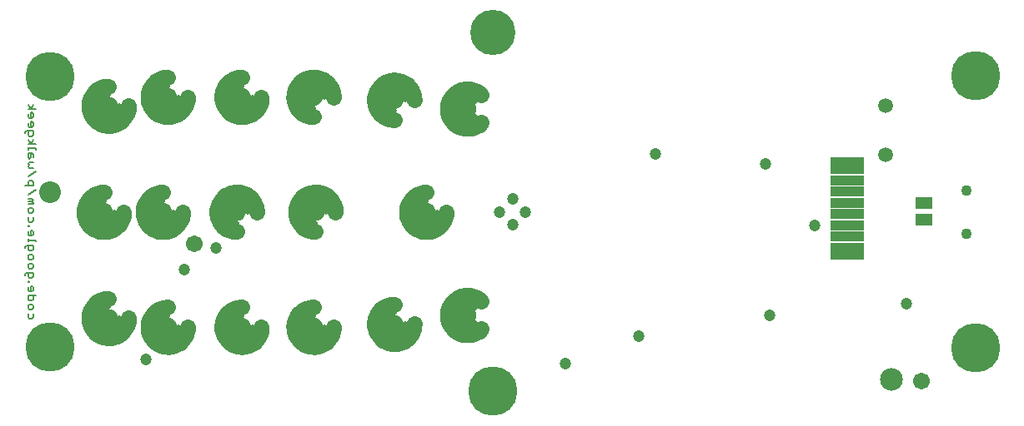
<source format=gbr>
G75*
G70*
%OFA0B0*%
%FSLAX24Y24*%
%IPPOS*%
%LPD*%
%AMOC8*
5,1,8,0,0,1.08239X$1,22.5*
%
%ADD10C,0.0671*%
%ADD11C,0.1969*%
%ADD12C,0.1811*%
%ADD13C,0.0080*%
%ADD14R,0.1379X0.0671*%
%ADD15R,0.1379X0.0411*%
%ADD16C,0.0907*%
%ADD17C,0.0394*%
%ADD18C,0.0630*%
%ADD19C,0.0197*%
%ADD20C,0.0474*%
%ADD21C,0.0867*%
%ADD22R,0.0671X0.0513*%
%ADD23C,0.0434*%
%ADD24C,0.0592*%
%ADD25C,0.1261*%
D10*
X007862Y007478D03*
X036917Y001966D03*
D11*
X039083Y003285D03*
X019791Y001553D03*
X002075Y003325D03*
X002075Y014151D03*
X039083Y014191D03*
D12*
X019791Y015923D03*
D13*
X001523Y012865D02*
X001209Y012865D01*
X001314Y012865D02*
X001209Y013022D01*
X001314Y012865D02*
X001419Y013022D01*
X001366Y012712D02*
X001314Y012712D01*
X001314Y012503D01*
X001366Y012503D02*
X001419Y012555D01*
X001419Y012660D01*
X001366Y012712D01*
X001209Y012660D02*
X001209Y012555D01*
X001262Y012503D01*
X001366Y012503D01*
X001366Y012350D02*
X001314Y012350D01*
X001314Y012140D01*
X001366Y012140D02*
X001419Y012193D01*
X001419Y012297D01*
X001366Y012350D01*
X001209Y012297D02*
X001209Y012193D01*
X001262Y012140D01*
X001366Y012140D01*
X001419Y011987D02*
X001157Y011987D01*
X001105Y011935D01*
X001105Y011883D01*
X001209Y011830D02*
X001209Y011987D01*
X001209Y011830D02*
X001262Y011778D01*
X001366Y011778D01*
X001419Y011830D01*
X001419Y011987D01*
X001419Y011633D02*
X001314Y011476D01*
X001209Y011633D01*
X001209Y011476D02*
X001523Y011476D01*
X001523Y011286D02*
X001209Y011286D01*
X001209Y011234D02*
X001209Y011339D01*
X001523Y011286D02*
X001523Y011234D01*
X001366Y011081D02*
X001209Y011081D01*
X001209Y010924D01*
X001262Y010872D01*
X001314Y010924D01*
X001314Y011081D01*
X001366Y011081D02*
X001419Y011029D01*
X001419Y010924D01*
X001419Y010718D02*
X001262Y010718D01*
X001209Y010666D01*
X001262Y010614D01*
X001209Y010561D01*
X001262Y010509D01*
X001419Y010509D01*
X001523Y010356D02*
X001209Y010147D01*
X001262Y009993D02*
X001209Y009941D01*
X001209Y009784D01*
X001105Y009784D02*
X001419Y009784D01*
X001419Y009941D01*
X001366Y009993D01*
X001262Y009993D01*
X001523Y009631D02*
X001209Y009422D01*
X001209Y009268D02*
X001366Y009268D01*
X001419Y009216D01*
X001366Y009164D01*
X001209Y009164D01*
X001209Y009059D02*
X001419Y009059D01*
X001419Y009111D01*
X001366Y009164D01*
X001366Y008906D02*
X001419Y008853D01*
X001419Y008749D01*
X001366Y008697D01*
X001262Y008697D01*
X001209Y008749D01*
X001209Y008853D01*
X001262Y008906D01*
X001366Y008906D01*
X001419Y008543D02*
X001419Y008386D01*
X001366Y008334D01*
X001262Y008334D01*
X001209Y008386D01*
X001209Y008543D01*
X001209Y008205D02*
X001209Y008153D01*
X001262Y008153D01*
X001262Y008205D01*
X001209Y008205D01*
X001314Y008000D02*
X001314Y007790D01*
X001366Y007790D02*
X001419Y007843D01*
X001419Y007947D01*
X001366Y008000D01*
X001314Y008000D01*
X001209Y007947D02*
X001209Y007843D01*
X001262Y007790D01*
X001366Y007790D01*
X001209Y007653D02*
X001209Y007549D01*
X001209Y007601D02*
X001523Y007601D01*
X001523Y007549D01*
X001419Y007395D02*
X001419Y007238D01*
X001366Y007186D01*
X001262Y007186D01*
X001209Y007238D01*
X001209Y007395D01*
X001157Y007395D02*
X001419Y007395D01*
X001157Y007395D02*
X001105Y007343D01*
X001105Y007291D01*
X001262Y007033D02*
X001209Y006981D01*
X001209Y006876D01*
X001262Y006824D01*
X001366Y006824D01*
X001419Y006876D01*
X001419Y006981D01*
X001366Y007033D01*
X001262Y007033D01*
X001262Y006670D02*
X001209Y006618D01*
X001209Y006513D01*
X001262Y006461D01*
X001366Y006461D01*
X001419Y006513D01*
X001419Y006618D01*
X001366Y006670D01*
X001262Y006670D01*
X001209Y006308D02*
X001209Y006151D01*
X001262Y006098D01*
X001366Y006098D01*
X001419Y006151D01*
X001419Y006308D01*
X001157Y006308D01*
X001105Y006255D01*
X001105Y006203D01*
X001209Y005970D02*
X001209Y005917D01*
X001262Y005917D01*
X001262Y005970D01*
X001209Y005970D01*
X001314Y005764D02*
X001314Y005555D01*
X001366Y005555D02*
X001419Y005607D01*
X001419Y005712D01*
X001366Y005764D01*
X001314Y005764D01*
X001209Y005712D02*
X001209Y005607D01*
X001262Y005555D01*
X001366Y005555D01*
X001419Y005402D02*
X001419Y005245D01*
X001366Y005192D01*
X001262Y005192D01*
X001209Y005245D01*
X001209Y005402D01*
X001523Y005402D01*
X001366Y005039D02*
X001419Y004987D01*
X001419Y004882D01*
X001366Y004830D01*
X001262Y004830D01*
X001209Y004882D01*
X001209Y004987D01*
X001262Y005039D01*
X001366Y005039D01*
X001419Y004676D02*
X001419Y004520D01*
X001366Y004467D01*
X001262Y004467D01*
X001209Y004520D01*
X001209Y004676D01*
D14*
X033965Y007175D03*
X033965Y010584D03*
D15*
X033965Y010006D03*
X033965Y009557D03*
X033965Y009108D03*
X033965Y008651D03*
X033965Y008203D03*
X033965Y007754D03*
D16*
X035736Y002045D03*
D17*
X018611Y004604D02*
X018613Y004629D01*
X018619Y004653D01*
X018628Y004675D01*
X018641Y004696D01*
X018657Y004715D01*
X018676Y004731D01*
X018697Y004744D01*
X018719Y004753D01*
X018743Y004759D01*
X018768Y004761D01*
X018793Y004759D01*
X018817Y004753D01*
X018839Y004744D01*
X018860Y004731D01*
X018879Y004715D01*
X018895Y004696D01*
X018908Y004675D01*
X018917Y004653D01*
X018923Y004629D01*
X018925Y004604D01*
X018923Y004579D01*
X018917Y004555D01*
X018908Y004533D01*
X018895Y004512D01*
X018879Y004493D01*
X018860Y004477D01*
X018839Y004464D01*
X018817Y004455D01*
X018793Y004449D01*
X018768Y004447D01*
X018743Y004449D01*
X018719Y004455D01*
X018697Y004464D01*
X018676Y004477D01*
X018657Y004493D01*
X018641Y004512D01*
X018628Y004533D01*
X018619Y004555D01*
X018613Y004579D01*
X018611Y004604D01*
X015697Y004250D02*
X015699Y004275D01*
X015705Y004299D01*
X015714Y004321D01*
X015727Y004342D01*
X015743Y004361D01*
X015762Y004377D01*
X015783Y004390D01*
X015805Y004399D01*
X015829Y004405D01*
X015854Y004407D01*
X015879Y004405D01*
X015903Y004399D01*
X015925Y004390D01*
X015946Y004377D01*
X015965Y004361D01*
X015981Y004342D01*
X015994Y004321D01*
X016003Y004299D01*
X016009Y004275D01*
X016011Y004250D01*
X016009Y004225D01*
X016003Y004201D01*
X015994Y004179D01*
X015981Y004158D01*
X015965Y004139D01*
X015946Y004123D01*
X015925Y004110D01*
X015903Y004101D01*
X015879Y004095D01*
X015854Y004093D01*
X015829Y004095D01*
X015805Y004101D01*
X015783Y004110D01*
X015762Y004123D01*
X015743Y004139D01*
X015727Y004158D01*
X015714Y004179D01*
X015705Y004201D01*
X015699Y004225D01*
X015697Y004250D01*
X012469Y004132D02*
X012471Y004157D01*
X012477Y004181D01*
X012486Y004203D01*
X012499Y004224D01*
X012515Y004243D01*
X012534Y004259D01*
X012555Y004272D01*
X012577Y004281D01*
X012601Y004287D01*
X012626Y004289D01*
X012651Y004287D01*
X012675Y004281D01*
X012697Y004272D01*
X012718Y004259D01*
X012737Y004243D01*
X012753Y004224D01*
X012766Y004203D01*
X012775Y004181D01*
X012781Y004157D01*
X012783Y004132D01*
X012781Y004107D01*
X012775Y004083D01*
X012766Y004061D01*
X012753Y004040D01*
X012737Y004021D01*
X012718Y004005D01*
X012697Y003992D01*
X012675Y003983D01*
X012651Y003977D01*
X012626Y003975D01*
X012601Y003977D01*
X012577Y003983D01*
X012555Y003992D01*
X012534Y004005D01*
X012515Y004021D01*
X012499Y004040D01*
X012486Y004061D01*
X012477Y004083D01*
X012471Y004107D01*
X012469Y004132D01*
X009595Y004132D02*
X009597Y004157D01*
X009603Y004181D01*
X009612Y004203D01*
X009625Y004224D01*
X009641Y004243D01*
X009660Y004259D01*
X009681Y004272D01*
X009703Y004281D01*
X009727Y004287D01*
X009752Y004289D01*
X009777Y004287D01*
X009801Y004281D01*
X009823Y004272D01*
X009844Y004259D01*
X009863Y004243D01*
X009879Y004224D01*
X009892Y004203D01*
X009901Y004181D01*
X009907Y004157D01*
X009909Y004132D01*
X009907Y004107D01*
X009901Y004083D01*
X009892Y004061D01*
X009879Y004040D01*
X009863Y004021D01*
X009844Y004005D01*
X009823Y003992D01*
X009801Y003983D01*
X009777Y003977D01*
X009752Y003975D01*
X009727Y003977D01*
X009703Y003983D01*
X009681Y003992D01*
X009660Y004005D01*
X009641Y004021D01*
X009625Y004040D01*
X009612Y004061D01*
X009603Y004083D01*
X009597Y004107D01*
X009595Y004132D01*
X006642Y004132D02*
X006644Y004157D01*
X006650Y004181D01*
X006659Y004203D01*
X006672Y004224D01*
X006688Y004243D01*
X006707Y004259D01*
X006728Y004272D01*
X006750Y004281D01*
X006774Y004287D01*
X006799Y004289D01*
X006824Y004287D01*
X006848Y004281D01*
X006870Y004272D01*
X006891Y004259D01*
X006910Y004243D01*
X006926Y004224D01*
X006939Y004203D01*
X006948Y004181D01*
X006954Y004157D01*
X006956Y004132D01*
X006954Y004107D01*
X006948Y004083D01*
X006939Y004061D01*
X006926Y004040D01*
X006910Y004021D01*
X006891Y004005D01*
X006870Y003992D01*
X006848Y003983D01*
X006824Y003977D01*
X006799Y003975D01*
X006774Y003977D01*
X006750Y003983D01*
X006728Y003992D01*
X006707Y004005D01*
X006688Y004021D01*
X006672Y004040D01*
X006659Y004061D01*
X006650Y004083D01*
X006644Y004107D01*
X006642Y004132D01*
X004280Y004486D02*
X004282Y004511D01*
X004288Y004535D01*
X004297Y004557D01*
X004310Y004578D01*
X004326Y004597D01*
X004345Y004613D01*
X004366Y004626D01*
X004388Y004635D01*
X004412Y004641D01*
X004437Y004643D01*
X004462Y004641D01*
X004486Y004635D01*
X004508Y004626D01*
X004529Y004613D01*
X004548Y004597D01*
X004564Y004578D01*
X004577Y004557D01*
X004586Y004535D01*
X004592Y004511D01*
X004594Y004486D01*
X004592Y004461D01*
X004586Y004437D01*
X004577Y004415D01*
X004564Y004394D01*
X004548Y004375D01*
X004529Y004359D01*
X004508Y004346D01*
X004486Y004337D01*
X004462Y004331D01*
X004437Y004329D01*
X004412Y004331D01*
X004388Y004337D01*
X004366Y004346D01*
X004345Y004359D01*
X004326Y004375D01*
X004310Y004394D01*
X004297Y004415D01*
X004288Y004437D01*
X004282Y004461D01*
X004280Y004486D01*
X004083Y008738D02*
X004085Y008763D01*
X004091Y008787D01*
X004100Y008809D01*
X004113Y008830D01*
X004129Y008849D01*
X004148Y008865D01*
X004169Y008878D01*
X004191Y008887D01*
X004215Y008893D01*
X004240Y008895D01*
X004265Y008893D01*
X004289Y008887D01*
X004311Y008878D01*
X004332Y008865D01*
X004351Y008849D01*
X004367Y008830D01*
X004380Y008809D01*
X004389Y008787D01*
X004395Y008763D01*
X004397Y008738D01*
X004395Y008713D01*
X004389Y008689D01*
X004380Y008667D01*
X004367Y008646D01*
X004351Y008627D01*
X004332Y008611D01*
X004311Y008598D01*
X004289Y008589D01*
X004265Y008583D01*
X004240Y008581D01*
X004215Y008583D01*
X004191Y008589D01*
X004169Y008598D01*
X004148Y008611D01*
X004129Y008627D01*
X004113Y008646D01*
X004100Y008667D01*
X004091Y008689D01*
X004085Y008713D01*
X004083Y008738D01*
X006445Y008738D02*
X006447Y008763D01*
X006453Y008787D01*
X006462Y008809D01*
X006475Y008830D01*
X006491Y008849D01*
X006510Y008865D01*
X006531Y008878D01*
X006553Y008887D01*
X006577Y008893D01*
X006602Y008895D01*
X006627Y008893D01*
X006651Y008887D01*
X006673Y008878D01*
X006694Y008865D01*
X006713Y008849D01*
X006729Y008830D01*
X006742Y008809D01*
X006751Y008787D01*
X006757Y008763D01*
X006759Y008738D01*
X006757Y008713D01*
X006751Y008689D01*
X006742Y008667D01*
X006729Y008646D01*
X006713Y008627D01*
X006694Y008611D01*
X006673Y008598D01*
X006651Y008589D01*
X006627Y008583D01*
X006602Y008581D01*
X006577Y008583D01*
X006553Y008589D01*
X006531Y008598D01*
X006510Y008611D01*
X006491Y008627D01*
X006475Y008646D01*
X006462Y008667D01*
X006453Y008689D01*
X006447Y008713D01*
X006445Y008738D01*
X009398Y008738D02*
X009400Y008763D01*
X009406Y008787D01*
X009415Y008809D01*
X009428Y008830D01*
X009444Y008849D01*
X009463Y008865D01*
X009484Y008878D01*
X009506Y008887D01*
X009530Y008893D01*
X009555Y008895D01*
X009580Y008893D01*
X009604Y008887D01*
X009626Y008878D01*
X009647Y008865D01*
X009666Y008849D01*
X009682Y008830D01*
X009695Y008809D01*
X009704Y008787D01*
X009710Y008763D01*
X009712Y008738D01*
X009710Y008713D01*
X009704Y008689D01*
X009695Y008667D01*
X009682Y008646D01*
X009666Y008627D01*
X009647Y008611D01*
X009626Y008598D01*
X009604Y008589D01*
X009580Y008583D01*
X009555Y008581D01*
X009530Y008583D01*
X009506Y008589D01*
X009484Y008598D01*
X009463Y008611D01*
X009444Y008627D01*
X009428Y008646D01*
X009415Y008667D01*
X009406Y008689D01*
X009400Y008713D01*
X009398Y008738D01*
X012548Y008738D02*
X012550Y008763D01*
X012556Y008787D01*
X012565Y008809D01*
X012578Y008830D01*
X012594Y008849D01*
X012613Y008865D01*
X012634Y008878D01*
X012656Y008887D01*
X012680Y008893D01*
X012705Y008895D01*
X012730Y008893D01*
X012754Y008887D01*
X012776Y008878D01*
X012797Y008865D01*
X012816Y008849D01*
X012832Y008830D01*
X012845Y008809D01*
X012854Y008787D01*
X012860Y008763D01*
X012862Y008738D01*
X012860Y008713D01*
X012854Y008689D01*
X012845Y008667D01*
X012832Y008646D01*
X012816Y008627D01*
X012797Y008611D01*
X012776Y008598D01*
X012754Y008589D01*
X012730Y008583D01*
X012705Y008581D01*
X012680Y008583D01*
X012656Y008589D01*
X012634Y008598D01*
X012613Y008611D01*
X012594Y008627D01*
X012578Y008646D01*
X012565Y008667D01*
X012556Y008689D01*
X012550Y008713D01*
X012548Y008738D01*
X016977Y008738D02*
X016979Y008763D01*
X016985Y008787D01*
X016994Y008809D01*
X017007Y008830D01*
X017023Y008849D01*
X017042Y008865D01*
X017063Y008878D01*
X017085Y008887D01*
X017109Y008893D01*
X017134Y008895D01*
X017159Y008893D01*
X017183Y008887D01*
X017205Y008878D01*
X017226Y008865D01*
X017245Y008849D01*
X017261Y008830D01*
X017274Y008809D01*
X017283Y008787D01*
X017289Y008763D01*
X017291Y008738D01*
X017289Y008713D01*
X017283Y008689D01*
X017274Y008667D01*
X017261Y008646D01*
X017245Y008627D01*
X017226Y008611D01*
X017205Y008598D01*
X017183Y008589D01*
X017159Y008583D01*
X017134Y008581D01*
X017109Y008583D01*
X017085Y008589D01*
X017063Y008598D01*
X017042Y008611D01*
X017023Y008627D01*
X017007Y008646D01*
X016994Y008667D01*
X016985Y008689D01*
X016979Y008713D01*
X016977Y008738D01*
X018611Y012872D02*
X018613Y012897D01*
X018619Y012921D01*
X018628Y012943D01*
X018641Y012964D01*
X018657Y012983D01*
X018676Y012999D01*
X018697Y013012D01*
X018719Y013021D01*
X018743Y013027D01*
X018768Y013029D01*
X018793Y013027D01*
X018817Y013021D01*
X018839Y013012D01*
X018860Y012999D01*
X018879Y012983D01*
X018895Y012964D01*
X018908Y012943D01*
X018917Y012921D01*
X018923Y012897D01*
X018925Y012872D01*
X018923Y012847D01*
X018917Y012823D01*
X018908Y012801D01*
X018895Y012780D01*
X018879Y012761D01*
X018860Y012745D01*
X018839Y012732D01*
X018817Y012723D01*
X018793Y012717D01*
X018768Y012715D01*
X018743Y012717D01*
X018719Y012723D01*
X018697Y012732D01*
X018676Y012745D01*
X018657Y012761D01*
X018641Y012780D01*
X018628Y012801D01*
X018619Y012823D01*
X018613Y012847D01*
X018611Y012872D01*
X015697Y013226D02*
X015699Y013251D01*
X015705Y013275D01*
X015714Y013297D01*
X015727Y013318D01*
X015743Y013337D01*
X015762Y013353D01*
X015783Y013366D01*
X015805Y013375D01*
X015829Y013381D01*
X015854Y013383D01*
X015879Y013381D01*
X015903Y013375D01*
X015925Y013366D01*
X015946Y013353D01*
X015965Y013337D01*
X015981Y013318D01*
X015994Y013297D01*
X016003Y013275D01*
X016009Y013251D01*
X016011Y013226D01*
X016009Y013201D01*
X016003Y013177D01*
X015994Y013155D01*
X015981Y013134D01*
X015965Y013115D01*
X015946Y013099D01*
X015925Y013086D01*
X015903Y013077D01*
X015879Y013071D01*
X015854Y013069D01*
X015829Y013071D01*
X015805Y013077D01*
X015783Y013086D01*
X015762Y013099D01*
X015743Y013115D01*
X015727Y013134D01*
X015714Y013155D01*
X015705Y013177D01*
X015699Y013201D01*
X015697Y013226D01*
X012469Y013344D02*
X012471Y013369D01*
X012477Y013393D01*
X012486Y013415D01*
X012499Y013436D01*
X012515Y013455D01*
X012534Y013471D01*
X012555Y013484D01*
X012577Y013493D01*
X012601Y013499D01*
X012626Y013501D01*
X012651Y013499D01*
X012675Y013493D01*
X012697Y013484D01*
X012718Y013471D01*
X012737Y013455D01*
X012753Y013436D01*
X012766Y013415D01*
X012775Y013393D01*
X012781Y013369D01*
X012783Y013344D01*
X012781Y013319D01*
X012775Y013295D01*
X012766Y013273D01*
X012753Y013252D01*
X012737Y013233D01*
X012718Y013217D01*
X012697Y013204D01*
X012675Y013195D01*
X012651Y013189D01*
X012626Y013187D01*
X012601Y013189D01*
X012577Y013195D01*
X012555Y013204D01*
X012534Y013217D01*
X012515Y013233D01*
X012499Y013252D01*
X012486Y013273D01*
X012477Y013295D01*
X012471Y013319D01*
X012469Y013344D01*
X009595Y013344D02*
X009597Y013369D01*
X009603Y013393D01*
X009612Y013415D01*
X009625Y013436D01*
X009641Y013455D01*
X009660Y013471D01*
X009681Y013484D01*
X009703Y013493D01*
X009727Y013499D01*
X009752Y013501D01*
X009777Y013499D01*
X009801Y013493D01*
X009823Y013484D01*
X009844Y013471D01*
X009863Y013455D01*
X009879Y013436D01*
X009892Y013415D01*
X009901Y013393D01*
X009907Y013369D01*
X009909Y013344D01*
X009907Y013319D01*
X009901Y013295D01*
X009892Y013273D01*
X009879Y013252D01*
X009863Y013233D01*
X009844Y013217D01*
X009823Y013204D01*
X009801Y013195D01*
X009777Y013189D01*
X009752Y013187D01*
X009727Y013189D01*
X009703Y013195D01*
X009681Y013204D01*
X009660Y013217D01*
X009641Y013233D01*
X009625Y013252D01*
X009612Y013273D01*
X009603Y013295D01*
X009597Y013319D01*
X009595Y013344D01*
X006642Y013344D02*
X006644Y013369D01*
X006650Y013393D01*
X006659Y013415D01*
X006672Y013436D01*
X006688Y013455D01*
X006707Y013471D01*
X006728Y013484D01*
X006750Y013493D01*
X006774Y013499D01*
X006799Y013501D01*
X006824Y013499D01*
X006848Y013493D01*
X006870Y013484D01*
X006891Y013471D01*
X006910Y013455D01*
X006926Y013436D01*
X006939Y013415D01*
X006948Y013393D01*
X006954Y013369D01*
X006956Y013344D01*
X006954Y013319D01*
X006948Y013295D01*
X006939Y013273D01*
X006926Y013252D01*
X006910Y013233D01*
X006891Y013217D01*
X006870Y013204D01*
X006848Y013195D01*
X006824Y013189D01*
X006799Y013187D01*
X006774Y013189D01*
X006750Y013195D01*
X006728Y013204D01*
X006707Y013217D01*
X006688Y013233D01*
X006672Y013252D01*
X006659Y013273D01*
X006650Y013295D01*
X006644Y013319D01*
X006642Y013344D01*
X004280Y012990D02*
X004282Y013015D01*
X004288Y013039D01*
X004297Y013061D01*
X004310Y013082D01*
X004326Y013101D01*
X004345Y013117D01*
X004366Y013130D01*
X004388Y013139D01*
X004412Y013145D01*
X004437Y013147D01*
X004462Y013145D01*
X004486Y013139D01*
X004508Y013130D01*
X004529Y013117D01*
X004548Y013101D01*
X004564Y013082D01*
X004577Y013061D01*
X004586Y013039D01*
X004592Y013015D01*
X004594Y012990D01*
X004592Y012965D01*
X004586Y012941D01*
X004577Y012919D01*
X004564Y012898D01*
X004548Y012879D01*
X004529Y012863D01*
X004508Y012850D01*
X004486Y012841D01*
X004462Y012835D01*
X004437Y012833D01*
X004412Y012835D01*
X004388Y012841D01*
X004366Y012850D01*
X004345Y012863D01*
X004326Y012879D01*
X004310Y012898D01*
X004297Y012919D01*
X004288Y012941D01*
X004282Y012965D01*
X004280Y012990D01*
D18*
X004437Y013777D02*
X004382Y013775D01*
X004327Y013769D01*
X004272Y013760D01*
X004218Y013746D01*
X004166Y013729D01*
X004115Y013708D01*
X004065Y013684D01*
X004017Y013656D01*
X003971Y013625D01*
X003928Y013590D01*
X003887Y013553D01*
X003849Y013513D01*
X003814Y013470D01*
X003781Y013425D01*
X003752Y013378D01*
X003727Y013329D01*
X003705Y013278D01*
X003686Y013226D01*
X003672Y013173D01*
X003661Y013119D01*
X003653Y013064D01*
X003650Y013008D01*
X003651Y012953D01*
X003655Y012898D01*
X003664Y012843D01*
X003676Y012789D01*
X003692Y012736D01*
X003712Y012685D01*
X003735Y012634D01*
X003762Y012586D01*
X003792Y012539D01*
X003825Y012495D01*
X003861Y012453D01*
X003900Y012414D01*
X003942Y012378D01*
X003986Y012345D01*
X004033Y012315D01*
X004081Y012288D01*
X004132Y012265D01*
X004183Y012245D01*
X004236Y012229D01*
X004290Y012217D01*
X004345Y012208D01*
X004400Y012204D01*
X004455Y012203D01*
X004511Y012206D01*
X004566Y012214D01*
X004620Y012225D01*
X004673Y012239D01*
X004725Y012258D01*
X004776Y012280D01*
X004825Y012305D01*
X004872Y012334D01*
X004917Y012367D01*
X004960Y012402D01*
X005000Y012440D01*
X005037Y012481D01*
X005072Y012524D01*
X005103Y012570D01*
X005131Y012618D01*
X005155Y012668D01*
X005176Y012719D01*
X005193Y012771D01*
X005207Y012825D01*
X005216Y012880D01*
X005222Y012935D01*
X005224Y012990D01*
X006799Y014131D02*
X006744Y014129D01*
X006689Y014123D01*
X006634Y014114D01*
X006580Y014100D01*
X006528Y014083D01*
X006477Y014062D01*
X006427Y014038D01*
X006379Y014010D01*
X006333Y013979D01*
X006290Y013944D01*
X006249Y013907D01*
X006211Y013867D01*
X006176Y013824D01*
X006143Y013779D01*
X006114Y013732D01*
X006089Y013683D01*
X006067Y013632D01*
X006048Y013580D01*
X006034Y013527D01*
X006023Y013473D01*
X006015Y013418D01*
X006012Y013362D01*
X006013Y013307D01*
X006017Y013252D01*
X006026Y013197D01*
X006038Y013143D01*
X006054Y013090D01*
X006074Y013039D01*
X006097Y012988D01*
X006124Y012940D01*
X006154Y012893D01*
X006187Y012849D01*
X006223Y012807D01*
X006262Y012768D01*
X006304Y012732D01*
X006348Y012699D01*
X006395Y012669D01*
X006443Y012642D01*
X006494Y012619D01*
X006545Y012599D01*
X006598Y012583D01*
X006652Y012571D01*
X006707Y012562D01*
X006762Y012558D01*
X006817Y012557D01*
X006873Y012560D01*
X006928Y012568D01*
X006982Y012579D01*
X007035Y012593D01*
X007087Y012612D01*
X007138Y012634D01*
X007187Y012659D01*
X007234Y012688D01*
X007279Y012721D01*
X007322Y012756D01*
X007362Y012794D01*
X007399Y012835D01*
X007434Y012878D01*
X007465Y012924D01*
X007493Y012972D01*
X007517Y013022D01*
X007538Y013073D01*
X007555Y013125D01*
X007569Y013179D01*
X007578Y013234D01*
X007584Y013289D01*
X007586Y013344D01*
X009752Y014131D02*
X009697Y014129D01*
X009642Y014123D01*
X009587Y014114D01*
X009533Y014100D01*
X009481Y014083D01*
X009430Y014062D01*
X009380Y014038D01*
X009332Y014010D01*
X009286Y013979D01*
X009243Y013944D01*
X009202Y013907D01*
X009164Y013867D01*
X009129Y013824D01*
X009096Y013779D01*
X009067Y013732D01*
X009042Y013683D01*
X009020Y013632D01*
X009001Y013580D01*
X008987Y013527D01*
X008976Y013473D01*
X008968Y013418D01*
X008965Y013362D01*
X008966Y013307D01*
X008970Y013252D01*
X008979Y013197D01*
X008991Y013143D01*
X009007Y013090D01*
X009027Y013039D01*
X009050Y012988D01*
X009077Y012940D01*
X009107Y012893D01*
X009140Y012849D01*
X009176Y012807D01*
X009215Y012768D01*
X009257Y012732D01*
X009301Y012699D01*
X009348Y012669D01*
X009396Y012642D01*
X009447Y012619D01*
X009498Y012599D01*
X009551Y012583D01*
X009605Y012571D01*
X009660Y012562D01*
X009715Y012558D01*
X009770Y012557D01*
X009826Y012560D01*
X009881Y012568D01*
X009935Y012579D01*
X009988Y012593D01*
X010040Y012612D01*
X010091Y012634D01*
X010140Y012659D01*
X010187Y012688D01*
X010232Y012721D01*
X010275Y012756D01*
X010315Y012794D01*
X010352Y012835D01*
X010387Y012878D01*
X010418Y012924D01*
X010446Y012972D01*
X010470Y013022D01*
X010491Y013073D01*
X010508Y013125D01*
X010522Y013179D01*
X010531Y013234D01*
X010537Y013289D01*
X010539Y013344D01*
X012626Y012557D02*
X012571Y012559D01*
X012516Y012565D01*
X012461Y012574D01*
X012407Y012588D01*
X012355Y012605D01*
X012304Y012626D01*
X012254Y012650D01*
X012206Y012678D01*
X012160Y012709D01*
X012117Y012744D01*
X012076Y012781D01*
X012038Y012821D01*
X012003Y012864D01*
X011970Y012909D01*
X011941Y012956D01*
X011916Y013005D01*
X011894Y013056D01*
X011875Y013108D01*
X011861Y013161D01*
X011850Y013215D01*
X011842Y013270D01*
X011839Y013326D01*
X011840Y013381D01*
X011844Y013436D01*
X011853Y013491D01*
X011865Y013545D01*
X011881Y013598D01*
X011901Y013649D01*
X011924Y013700D01*
X011951Y013748D01*
X011981Y013795D01*
X012014Y013839D01*
X012050Y013881D01*
X012089Y013920D01*
X012131Y013956D01*
X012175Y013989D01*
X012222Y014019D01*
X012270Y014046D01*
X012321Y014069D01*
X012372Y014089D01*
X012425Y014105D01*
X012479Y014117D01*
X012534Y014126D01*
X012589Y014130D01*
X012644Y014131D01*
X012700Y014128D01*
X012755Y014120D01*
X012809Y014109D01*
X012862Y014095D01*
X012914Y014076D01*
X012965Y014054D01*
X013014Y014029D01*
X013061Y014000D01*
X013106Y013967D01*
X013149Y013932D01*
X013189Y013894D01*
X013226Y013853D01*
X013261Y013810D01*
X013292Y013764D01*
X013320Y013716D01*
X013344Y013666D01*
X013365Y013615D01*
X013382Y013563D01*
X013396Y013509D01*
X013405Y013454D01*
X013411Y013399D01*
X013413Y013344D01*
X015854Y012439D02*
X015799Y012441D01*
X015744Y012447D01*
X015689Y012456D01*
X015635Y012470D01*
X015583Y012487D01*
X015532Y012508D01*
X015482Y012532D01*
X015434Y012560D01*
X015388Y012591D01*
X015345Y012626D01*
X015304Y012663D01*
X015266Y012703D01*
X015231Y012746D01*
X015198Y012791D01*
X015169Y012838D01*
X015144Y012887D01*
X015122Y012938D01*
X015103Y012990D01*
X015089Y013043D01*
X015078Y013097D01*
X015070Y013152D01*
X015067Y013208D01*
X015068Y013263D01*
X015072Y013318D01*
X015081Y013373D01*
X015093Y013427D01*
X015109Y013480D01*
X015129Y013531D01*
X015152Y013582D01*
X015179Y013630D01*
X015209Y013677D01*
X015242Y013721D01*
X015278Y013763D01*
X015317Y013802D01*
X015359Y013838D01*
X015403Y013871D01*
X015450Y013901D01*
X015498Y013928D01*
X015549Y013951D01*
X015600Y013971D01*
X015653Y013987D01*
X015707Y013999D01*
X015762Y014008D01*
X015817Y014012D01*
X015872Y014013D01*
X015928Y014010D01*
X015983Y014002D01*
X016037Y013991D01*
X016090Y013977D01*
X016142Y013958D01*
X016193Y013936D01*
X016242Y013911D01*
X016289Y013882D01*
X016334Y013849D01*
X016377Y013814D01*
X016417Y013776D01*
X016454Y013735D01*
X016489Y013692D01*
X016520Y013646D01*
X016548Y013598D01*
X016572Y013548D01*
X016593Y013497D01*
X016610Y013445D01*
X016624Y013391D01*
X016633Y013336D01*
X016639Y013281D01*
X016641Y013226D01*
X019324Y013428D02*
X019284Y013466D01*
X019241Y013501D01*
X019196Y013533D01*
X019148Y013561D01*
X019099Y013586D01*
X019048Y013608D01*
X018995Y013625D01*
X018942Y013640D01*
X018887Y013650D01*
X018833Y013656D01*
X018777Y013659D01*
X018722Y013658D01*
X018667Y013652D01*
X018612Y013643D01*
X018558Y013631D01*
X018506Y013614D01*
X018454Y013594D01*
X018404Y013570D01*
X018356Y013543D01*
X018310Y013512D01*
X018266Y013478D01*
X018225Y013441D01*
X018186Y013402D01*
X018150Y013360D01*
X018118Y013315D01*
X018088Y013268D01*
X018062Y013219D01*
X018039Y013169D01*
X018020Y013117D01*
X018005Y013064D01*
X017993Y013010D01*
X017985Y012955D01*
X017981Y012900D01*
X017981Y012844D01*
X017985Y012789D01*
X017993Y012734D01*
X018005Y012680D01*
X018020Y012627D01*
X018039Y012575D01*
X018062Y012525D01*
X018088Y012476D01*
X018118Y012429D01*
X018150Y012384D01*
X018186Y012342D01*
X018225Y012303D01*
X018266Y012266D01*
X018310Y012232D01*
X018356Y012201D01*
X018404Y012174D01*
X018454Y012150D01*
X018506Y012130D01*
X018558Y012113D01*
X018612Y012101D01*
X018667Y012092D01*
X018722Y012086D01*
X018777Y012085D01*
X018833Y012088D01*
X018887Y012094D01*
X018942Y012104D01*
X018995Y012119D01*
X019048Y012136D01*
X019099Y012158D01*
X019148Y012183D01*
X019196Y012211D01*
X019241Y012243D01*
X019284Y012278D01*
X019324Y012316D01*
X017134Y009525D02*
X017079Y009523D01*
X017024Y009517D01*
X016969Y009508D01*
X016915Y009494D01*
X016863Y009477D01*
X016812Y009456D01*
X016762Y009432D01*
X016714Y009404D01*
X016668Y009373D01*
X016625Y009338D01*
X016584Y009301D01*
X016546Y009261D01*
X016511Y009218D01*
X016478Y009173D01*
X016449Y009126D01*
X016424Y009077D01*
X016402Y009026D01*
X016383Y008974D01*
X016369Y008921D01*
X016358Y008867D01*
X016350Y008812D01*
X016347Y008756D01*
X016348Y008701D01*
X016352Y008646D01*
X016361Y008591D01*
X016373Y008537D01*
X016389Y008484D01*
X016409Y008433D01*
X016432Y008382D01*
X016459Y008334D01*
X016489Y008287D01*
X016522Y008243D01*
X016558Y008201D01*
X016597Y008162D01*
X016639Y008126D01*
X016683Y008093D01*
X016730Y008063D01*
X016778Y008036D01*
X016829Y008013D01*
X016880Y007993D01*
X016933Y007977D01*
X016987Y007965D01*
X017042Y007956D01*
X017097Y007952D01*
X017152Y007951D01*
X017208Y007954D01*
X017263Y007962D01*
X017317Y007973D01*
X017370Y007987D01*
X017422Y008006D01*
X017473Y008028D01*
X017522Y008053D01*
X017569Y008082D01*
X017614Y008115D01*
X017657Y008150D01*
X017697Y008188D01*
X017734Y008229D01*
X017769Y008272D01*
X017800Y008318D01*
X017828Y008366D01*
X017852Y008416D01*
X017873Y008467D01*
X017890Y008519D01*
X017904Y008573D01*
X017913Y008628D01*
X017919Y008683D01*
X017921Y008738D01*
X013492Y008738D02*
X013490Y008793D01*
X013484Y008848D01*
X013475Y008903D01*
X013461Y008957D01*
X013444Y009009D01*
X013423Y009060D01*
X013399Y009110D01*
X013371Y009158D01*
X013340Y009204D01*
X013305Y009247D01*
X013268Y009288D01*
X013228Y009326D01*
X013185Y009361D01*
X013140Y009394D01*
X013093Y009423D01*
X013044Y009448D01*
X012993Y009470D01*
X012941Y009489D01*
X012888Y009503D01*
X012834Y009514D01*
X012779Y009522D01*
X012723Y009525D01*
X012668Y009524D01*
X012613Y009520D01*
X012558Y009511D01*
X012504Y009499D01*
X012451Y009483D01*
X012400Y009463D01*
X012349Y009440D01*
X012301Y009413D01*
X012254Y009383D01*
X012210Y009350D01*
X012168Y009314D01*
X012129Y009275D01*
X012093Y009233D01*
X012060Y009189D01*
X012030Y009142D01*
X012003Y009094D01*
X011980Y009043D01*
X011960Y008992D01*
X011944Y008939D01*
X011932Y008885D01*
X011923Y008830D01*
X011919Y008775D01*
X011918Y008720D01*
X011921Y008664D01*
X011929Y008609D01*
X011940Y008555D01*
X011954Y008502D01*
X011973Y008450D01*
X011995Y008399D01*
X012020Y008350D01*
X012049Y008303D01*
X012082Y008258D01*
X012117Y008215D01*
X012155Y008175D01*
X012196Y008138D01*
X012239Y008103D01*
X012285Y008072D01*
X012333Y008044D01*
X012383Y008020D01*
X012434Y007999D01*
X012486Y007982D01*
X012540Y007968D01*
X012595Y007959D01*
X012650Y007953D01*
X012705Y007951D01*
X010342Y008738D02*
X010340Y008793D01*
X010334Y008848D01*
X010325Y008903D01*
X010311Y008957D01*
X010294Y009009D01*
X010273Y009060D01*
X010249Y009110D01*
X010221Y009158D01*
X010190Y009204D01*
X010155Y009247D01*
X010118Y009288D01*
X010078Y009326D01*
X010035Y009361D01*
X009990Y009394D01*
X009943Y009423D01*
X009894Y009448D01*
X009843Y009470D01*
X009791Y009489D01*
X009738Y009503D01*
X009684Y009514D01*
X009629Y009522D01*
X009573Y009525D01*
X009518Y009524D01*
X009463Y009520D01*
X009408Y009511D01*
X009354Y009499D01*
X009301Y009483D01*
X009250Y009463D01*
X009199Y009440D01*
X009151Y009413D01*
X009104Y009383D01*
X009060Y009350D01*
X009018Y009314D01*
X008979Y009275D01*
X008943Y009233D01*
X008910Y009189D01*
X008880Y009142D01*
X008853Y009094D01*
X008830Y009043D01*
X008810Y008992D01*
X008794Y008939D01*
X008782Y008885D01*
X008773Y008830D01*
X008769Y008775D01*
X008768Y008720D01*
X008771Y008664D01*
X008779Y008609D01*
X008790Y008555D01*
X008804Y008502D01*
X008823Y008450D01*
X008845Y008399D01*
X008870Y008350D01*
X008899Y008303D01*
X008932Y008258D01*
X008967Y008215D01*
X009005Y008175D01*
X009046Y008138D01*
X009089Y008103D01*
X009135Y008072D01*
X009183Y008044D01*
X009233Y008020D01*
X009284Y007999D01*
X009336Y007982D01*
X009390Y007968D01*
X009445Y007959D01*
X009500Y007953D01*
X009555Y007951D01*
X007389Y008738D02*
X007387Y008683D01*
X007381Y008628D01*
X007372Y008573D01*
X007358Y008519D01*
X007341Y008467D01*
X007320Y008416D01*
X007296Y008366D01*
X007268Y008318D01*
X007237Y008272D01*
X007202Y008229D01*
X007165Y008188D01*
X007125Y008150D01*
X007082Y008115D01*
X007037Y008082D01*
X006990Y008053D01*
X006941Y008028D01*
X006890Y008006D01*
X006838Y007987D01*
X006785Y007973D01*
X006731Y007962D01*
X006676Y007954D01*
X006620Y007951D01*
X006565Y007952D01*
X006510Y007956D01*
X006455Y007965D01*
X006401Y007977D01*
X006348Y007993D01*
X006297Y008013D01*
X006246Y008036D01*
X006198Y008063D01*
X006151Y008093D01*
X006107Y008126D01*
X006065Y008162D01*
X006026Y008201D01*
X005990Y008243D01*
X005957Y008287D01*
X005927Y008334D01*
X005900Y008382D01*
X005877Y008433D01*
X005857Y008484D01*
X005841Y008537D01*
X005829Y008591D01*
X005820Y008646D01*
X005816Y008701D01*
X005815Y008756D01*
X005818Y008812D01*
X005826Y008867D01*
X005837Y008921D01*
X005851Y008974D01*
X005870Y009026D01*
X005892Y009077D01*
X005917Y009126D01*
X005946Y009173D01*
X005979Y009218D01*
X006014Y009261D01*
X006052Y009301D01*
X006093Y009338D01*
X006136Y009373D01*
X006182Y009404D01*
X006230Y009432D01*
X006280Y009456D01*
X006331Y009477D01*
X006383Y009494D01*
X006437Y009508D01*
X006492Y009517D01*
X006547Y009523D01*
X006602Y009525D01*
X005027Y008738D02*
X005025Y008683D01*
X005019Y008628D01*
X005010Y008573D01*
X004996Y008519D01*
X004979Y008467D01*
X004958Y008416D01*
X004934Y008366D01*
X004906Y008318D01*
X004875Y008272D01*
X004840Y008229D01*
X004803Y008188D01*
X004763Y008150D01*
X004720Y008115D01*
X004675Y008082D01*
X004628Y008053D01*
X004579Y008028D01*
X004528Y008006D01*
X004476Y007987D01*
X004423Y007973D01*
X004369Y007962D01*
X004314Y007954D01*
X004258Y007951D01*
X004203Y007952D01*
X004148Y007956D01*
X004093Y007965D01*
X004039Y007977D01*
X003986Y007993D01*
X003935Y008013D01*
X003884Y008036D01*
X003836Y008063D01*
X003789Y008093D01*
X003745Y008126D01*
X003703Y008162D01*
X003664Y008201D01*
X003628Y008243D01*
X003595Y008287D01*
X003565Y008334D01*
X003538Y008382D01*
X003515Y008433D01*
X003495Y008484D01*
X003479Y008537D01*
X003467Y008591D01*
X003458Y008646D01*
X003454Y008701D01*
X003453Y008756D01*
X003456Y008812D01*
X003464Y008867D01*
X003475Y008921D01*
X003489Y008974D01*
X003508Y009026D01*
X003530Y009077D01*
X003555Y009126D01*
X003584Y009173D01*
X003617Y009218D01*
X003652Y009261D01*
X003690Y009301D01*
X003731Y009338D01*
X003774Y009373D01*
X003820Y009404D01*
X003868Y009432D01*
X003918Y009456D01*
X003969Y009477D01*
X004021Y009494D01*
X004075Y009508D01*
X004130Y009517D01*
X004185Y009523D01*
X004240Y009525D01*
X004437Y005273D02*
X004382Y005271D01*
X004327Y005265D01*
X004272Y005256D01*
X004218Y005242D01*
X004166Y005225D01*
X004115Y005204D01*
X004065Y005180D01*
X004017Y005152D01*
X003971Y005121D01*
X003928Y005086D01*
X003887Y005049D01*
X003849Y005009D01*
X003814Y004966D01*
X003781Y004921D01*
X003752Y004874D01*
X003727Y004825D01*
X003705Y004774D01*
X003686Y004722D01*
X003672Y004669D01*
X003661Y004615D01*
X003653Y004560D01*
X003650Y004504D01*
X003651Y004449D01*
X003655Y004394D01*
X003664Y004339D01*
X003676Y004285D01*
X003692Y004232D01*
X003712Y004181D01*
X003735Y004130D01*
X003762Y004082D01*
X003792Y004035D01*
X003825Y003991D01*
X003861Y003949D01*
X003900Y003910D01*
X003942Y003874D01*
X003986Y003841D01*
X004033Y003811D01*
X004081Y003784D01*
X004132Y003761D01*
X004183Y003741D01*
X004236Y003725D01*
X004290Y003713D01*
X004345Y003704D01*
X004400Y003700D01*
X004455Y003699D01*
X004511Y003702D01*
X004566Y003710D01*
X004620Y003721D01*
X004673Y003735D01*
X004725Y003754D01*
X004776Y003776D01*
X004825Y003801D01*
X004872Y003830D01*
X004917Y003863D01*
X004960Y003898D01*
X005000Y003936D01*
X005037Y003977D01*
X005072Y004020D01*
X005103Y004066D01*
X005131Y004114D01*
X005155Y004164D01*
X005176Y004215D01*
X005193Y004267D01*
X005207Y004321D01*
X005216Y004376D01*
X005222Y004431D01*
X005224Y004486D01*
X006799Y004919D02*
X006744Y004917D01*
X006689Y004911D01*
X006634Y004902D01*
X006580Y004888D01*
X006528Y004871D01*
X006477Y004850D01*
X006427Y004826D01*
X006379Y004798D01*
X006333Y004767D01*
X006290Y004732D01*
X006249Y004695D01*
X006211Y004655D01*
X006176Y004612D01*
X006143Y004567D01*
X006114Y004520D01*
X006089Y004471D01*
X006067Y004420D01*
X006048Y004368D01*
X006034Y004315D01*
X006023Y004261D01*
X006015Y004206D01*
X006012Y004150D01*
X006013Y004095D01*
X006017Y004040D01*
X006026Y003985D01*
X006038Y003931D01*
X006054Y003878D01*
X006074Y003827D01*
X006097Y003776D01*
X006124Y003728D01*
X006154Y003681D01*
X006187Y003637D01*
X006223Y003595D01*
X006262Y003556D01*
X006304Y003520D01*
X006348Y003487D01*
X006395Y003457D01*
X006443Y003430D01*
X006494Y003407D01*
X006545Y003387D01*
X006598Y003371D01*
X006652Y003359D01*
X006707Y003350D01*
X006762Y003346D01*
X006817Y003345D01*
X006873Y003348D01*
X006928Y003356D01*
X006982Y003367D01*
X007035Y003381D01*
X007087Y003400D01*
X007138Y003422D01*
X007187Y003447D01*
X007234Y003476D01*
X007279Y003509D01*
X007322Y003544D01*
X007362Y003582D01*
X007399Y003623D01*
X007434Y003666D01*
X007465Y003712D01*
X007493Y003760D01*
X007517Y003810D01*
X007538Y003861D01*
X007555Y003913D01*
X007569Y003967D01*
X007578Y004022D01*
X007584Y004077D01*
X007586Y004132D01*
X009752Y004919D02*
X009697Y004917D01*
X009642Y004911D01*
X009587Y004902D01*
X009533Y004888D01*
X009481Y004871D01*
X009430Y004850D01*
X009380Y004826D01*
X009332Y004798D01*
X009286Y004767D01*
X009243Y004732D01*
X009202Y004695D01*
X009164Y004655D01*
X009129Y004612D01*
X009096Y004567D01*
X009067Y004520D01*
X009042Y004471D01*
X009020Y004420D01*
X009001Y004368D01*
X008987Y004315D01*
X008976Y004261D01*
X008968Y004206D01*
X008965Y004150D01*
X008966Y004095D01*
X008970Y004040D01*
X008979Y003985D01*
X008991Y003931D01*
X009007Y003878D01*
X009027Y003827D01*
X009050Y003776D01*
X009077Y003728D01*
X009107Y003681D01*
X009140Y003637D01*
X009176Y003595D01*
X009215Y003556D01*
X009257Y003520D01*
X009301Y003487D01*
X009348Y003457D01*
X009396Y003430D01*
X009447Y003407D01*
X009498Y003387D01*
X009551Y003371D01*
X009605Y003359D01*
X009660Y003350D01*
X009715Y003346D01*
X009770Y003345D01*
X009826Y003348D01*
X009881Y003356D01*
X009935Y003367D01*
X009988Y003381D01*
X010040Y003400D01*
X010091Y003422D01*
X010140Y003447D01*
X010187Y003476D01*
X010232Y003509D01*
X010275Y003544D01*
X010315Y003582D01*
X010352Y003623D01*
X010387Y003666D01*
X010418Y003712D01*
X010446Y003760D01*
X010470Y003810D01*
X010491Y003861D01*
X010508Y003913D01*
X010522Y003967D01*
X010531Y004022D01*
X010537Y004077D01*
X010539Y004132D01*
X012626Y004919D02*
X012571Y004917D01*
X012516Y004911D01*
X012461Y004902D01*
X012407Y004888D01*
X012355Y004871D01*
X012304Y004850D01*
X012254Y004826D01*
X012206Y004798D01*
X012160Y004767D01*
X012117Y004732D01*
X012076Y004695D01*
X012038Y004655D01*
X012003Y004612D01*
X011970Y004567D01*
X011941Y004520D01*
X011916Y004471D01*
X011894Y004420D01*
X011875Y004368D01*
X011861Y004315D01*
X011850Y004261D01*
X011842Y004206D01*
X011839Y004150D01*
X011840Y004095D01*
X011844Y004040D01*
X011853Y003985D01*
X011865Y003931D01*
X011881Y003878D01*
X011901Y003827D01*
X011924Y003776D01*
X011951Y003728D01*
X011981Y003681D01*
X012014Y003637D01*
X012050Y003595D01*
X012089Y003556D01*
X012131Y003520D01*
X012175Y003487D01*
X012222Y003457D01*
X012270Y003430D01*
X012321Y003407D01*
X012372Y003387D01*
X012425Y003371D01*
X012479Y003359D01*
X012534Y003350D01*
X012589Y003346D01*
X012644Y003345D01*
X012700Y003348D01*
X012755Y003356D01*
X012809Y003367D01*
X012862Y003381D01*
X012914Y003400D01*
X012965Y003422D01*
X013014Y003447D01*
X013061Y003476D01*
X013106Y003509D01*
X013149Y003544D01*
X013189Y003582D01*
X013226Y003623D01*
X013261Y003666D01*
X013292Y003712D01*
X013320Y003760D01*
X013344Y003810D01*
X013365Y003861D01*
X013382Y003913D01*
X013396Y003967D01*
X013405Y004022D01*
X013411Y004077D01*
X013413Y004132D01*
X015854Y005037D02*
X015799Y005035D01*
X015744Y005029D01*
X015689Y005020D01*
X015635Y005006D01*
X015583Y004989D01*
X015532Y004968D01*
X015482Y004944D01*
X015434Y004916D01*
X015388Y004885D01*
X015345Y004850D01*
X015304Y004813D01*
X015266Y004773D01*
X015231Y004730D01*
X015198Y004685D01*
X015169Y004638D01*
X015144Y004589D01*
X015122Y004538D01*
X015103Y004486D01*
X015089Y004433D01*
X015078Y004379D01*
X015070Y004324D01*
X015067Y004268D01*
X015068Y004213D01*
X015072Y004158D01*
X015081Y004103D01*
X015093Y004049D01*
X015109Y003996D01*
X015129Y003945D01*
X015152Y003894D01*
X015179Y003846D01*
X015209Y003799D01*
X015242Y003755D01*
X015278Y003713D01*
X015317Y003674D01*
X015359Y003638D01*
X015403Y003605D01*
X015450Y003575D01*
X015498Y003548D01*
X015549Y003525D01*
X015600Y003505D01*
X015653Y003489D01*
X015707Y003477D01*
X015762Y003468D01*
X015817Y003464D01*
X015872Y003463D01*
X015928Y003466D01*
X015983Y003474D01*
X016037Y003485D01*
X016090Y003499D01*
X016142Y003518D01*
X016193Y003540D01*
X016242Y003565D01*
X016289Y003594D01*
X016334Y003627D01*
X016377Y003662D01*
X016417Y003700D01*
X016454Y003741D01*
X016489Y003784D01*
X016520Y003830D01*
X016548Y003878D01*
X016572Y003928D01*
X016593Y003979D01*
X016610Y004031D01*
X016624Y004085D01*
X016633Y004140D01*
X016639Y004195D01*
X016641Y004250D01*
X019324Y004048D02*
X019284Y004010D01*
X019241Y003975D01*
X019196Y003943D01*
X019148Y003915D01*
X019099Y003890D01*
X019048Y003868D01*
X018995Y003851D01*
X018942Y003836D01*
X018887Y003826D01*
X018833Y003820D01*
X018777Y003817D01*
X018722Y003818D01*
X018667Y003824D01*
X018612Y003833D01*
X018558Y003845D01*
X018506Y003862D01*
X018454Y003882D01*
X018404Y003906D01*
X018356Y003933D01*
X018310Y003964D01*
X018266Y003998D01*
X018225Y004035D01*
X018186Y004074D01*
X018150Y004116D01*
X018118Y004161D01*
X018088Y004208D01*
X018062Y004257D01*
X018039Y004307D01*
X018020Y004359D01*
X018005Y004412D01*
X017993Y004466D01*
X017985Y004521D01*
X017981Y004576D01*
X017981Y004632D01*
X017985Y004687D01*
X017993Y004742D01*
X018005Y004796D01*
X018020Y004849D01*
X018039Y004901D01*
X018062Y004951D01*
X018088Y005000D01*
X018118Y005047D01*
X018150Y005092D01*
X018186Y005134D01*
X018225Y005173D01*
X018266Y005210D01*
X018310Y005244D01*
X018356Y005275D01*
X018404Y005302D01*
X018454Y005326D01*
X018506Y005346D01*
X018558Y005363D01*
X018612Y005375D01*
X018667Y005384D01*
X018722Y005390D01*
X018777Y005391D01*
X018833Y005388D01*
X018887Y005382D01*
X018942Y005372D01*
X018995Y005357D01*
X019048Y005340D01*
X019099Y005318D01*
X019148Y005293D01*
X019196Y005265D01*
X019241Y005233D01*
X019284Y005198D01*
X019324Y005160D01*
D19*
X019074Y004910D02*
X019044Y004938D01*
X019011Y004962D01*
X018977Y004983D01*
X018940Y005001D01*
X018902Y005016D01*
X018862Y005027D01*
X018822Y005034D01*
X018782Y005037D01*
X018741Y005036D01*
X018700Y005032D01*
X018660Y005023D01*
X018621Y005011D01*
X018584Y004996D01*
X018548Y004977D01*
X018513Y004954D01*
X018482Y004929D01*
X018452Y004900D01*
X018426Y004869D01*
X018402Y004836D01*
X018382Y004801D01*
X018365Y004763D01*
X018352Y004725D01*
X018343Y004685D01*
X018337Y004645D01*
X018335Y004604D01*
X018337Y004563D01*
X018343Y004523D01*
X018352Y004483D01*
X018365Y004445D01*
X018382Y004407D01*
X018402Y004372D01*
X018426Y004339D01*
X018452Y004308D01*
X018482Y004279D01*
X018513Y004254D01*
X018548Y004231D01*
X018584Y004212D01*
X018621Y004197D01*
X018660Y004185D01*
X018700Y004176D01*
X018741Y004172D01*
X018782Y004171D01*
X018822Y004174D01*
X018862Y004181D01*
X018902Y004192D01*
X018940Y004207D01*
X018977Y004225D01*
X019011Y004246D01*
X019044Y004270D01*
X019074Y004298D01*
X016287Y004250D02*
X016285Y004209D01*
X016279Y004169D01*
X016270Y004129D01*
X016257Y004091D01*
X016240Y004053D01*
X016220Y004018D01*
X016196Y003985D01*
X016170Y003954D01*
X016140Y003925D01*
X016109Y003900D01*
X016074Y003877D01*
X016038Y003858D01*
X016001Y003843D01*
X015962Y003831D01*
X015922Y003822D01*
X015881Y003818D01*
X015840Y003817D01*
X015800Y003820D01*
X015760Y003827D01*
X015720Y003838D01*
X015682Y003853D01*
X015645Y003871D01*
X015611Y003892D01*
X015578Y003916D01*
X015548Y003944D01*
X015520Y003974D01*
X015496Y004007D01*
X015475Y004041D01*
X015457Y004078D01*
X015442Y004116D01*
X015431Y004156D01*
X015424Y004196D01*
X015421Y004236D01*
X015422Y004277D01*
X015426Y004318D01*
X015435Y004358D01*
X015447Y004397D01*
X015462Y004434D01*
X015481Y004470D01*
X015504Y004505D01*
X015529Y004536D01*
X015558Y004566D01*
X015589Y004592D01*
X015622Y004616D01*
X015657Y004636D01*
X015695Y004653D01*
X015733Y004666D01*
X015773Y004675D01*
X015813Y004681D01*
X015854Y004683D01*
X013059Y004132D02*
X013057Y004091D01*
X013051Y004051D01*
X013042Y004011D01*
X013029Y003973D01*
X013012Y003935D01*
X012992Y003900D01*
X012968Y003867D01*
X012942Y003836D01*
X012912Y003807D01*
X012881Y003782D01*
X012846Y003759D01*
X012810Y003740D01*
X012773Y003725D01*
X012734Y003713D01*
X012694Y003704D01*
X012653Y003700D01*
X012612Y003699D01*
X012572Y003702D01*
X012532Y003709D01*
X012492Y003720D01*
X012454Y003735D01*
X012417Y003753D01*
X012383Y003774D01*
X012350Y003798D01*
X012320Y003826D01*
X012292Y003856D01*
X012268Y003889D01*
X012247Y003923D01*
X012229Y003960D01*
X012214Y003998D01*
X012203Y004038D01*
X012196Y004078D01*
X012193Y004118D01*
X012194Y004159D01*
X012198Y004200D01*
X012207Y004240D01*
X012219Y004279D01*
X012234Y004316D01*
X012253Y004352D01*
X012276Y004387D01*
X012301Y004418D01*
X012330Y004448D01*
X012361Y004474D01*
X012394Y004498D01*
X012429Y004518D01*
X012467Y004535D01*
X012505Y004548D01*
X012545Y004557D01*
X012585Y004563D01*
X012626Y004565D01*
X010185Y004132D02*
X010183Y004091D01*
X010177Y004051D01*
X010168Y004011D01*
X010155Y003973D01*
X010138Y003935D01*
X010118Y003900D01*
X010094Y003867D01*
X010068Y003836D01*
X010038Y003807D01*
X010007Y003782D01*
X009972Y003759D01*
X009936Y003740D01*
X009899Y003725D01*
X009860Y003713D01*
X009820Y003704D01*
X009779Y003700D01*
X009738Y003699D01*
X009698Y003702D01*
X009658Y003709D01*
X009618Y003720D01*
X009580Y003735D01*
X009543Y003753D01*
X009509Y003774D01*
X009476Y003798D01*
X009446Y003826D01*
X009418Y003856D01*
X009394Y003889D01*
X009373Y003923D01*
X009355Y003960D01*
X009340Y003998D01*
X009329Y004038D01*
X009322Y004078D01*
X009319Y004118D01*
X009320Y004159D01*
X009324Y004200D01*
X009333Y004240D01*
X009345Y004279D01*
X009360Y004316D01*
X009379Y004352D01*
X009402Y004387D01*
X009427Y004418D01*
X009456Y004448D01*
X009487Y004474D01*
X009520Y004498D01*
X009555Y004518D01*
X009593Y004535D01*
X009631Y004548D01*
X009671Y004557D01*
X009711Y004563D01*
X009752Y004565D01*
X007232Y004132D02*
X007230Y004091D01*
X007224Y004051D01*
X007215Y004011D01*
X007202Y003973D01*
X007185Y003935D01*
X007165Y003900D01*
X007141Y003867D01*
X007115Y003836D01*
X007085Y003807D01*
X007054Y003782D01*
X007019Y003759D01*
X006983Y003740D01*
X006946Y003725D01*
X006907Y003713D01*
X006867Y003704D01*
X006826Y003700D01*
X006785Y003699D01*
X006745Y003702D01*
X006705Y003709D01*
X006665Y003720D01*
X006627Y003735D01*
X006590Y003753D01*
X006556Y003774D01*
X006523Y003798D01*
X006493Y003826D01*
X006465Y003856D01*
X006441Y003889D01*
X006420Y003923D01*
X006402Y003960D01*
X006387Y003998D01*
X006376Y004038D01*
X006369Y004078D01*
X006366Y004118D01*
X006367Y004159D01*
X006371Y004200D01*
X006380Y004240D01*
X006392Y004279D01*
X006407Y004316D01*
X006426Y004352D01*
X006449Y004387D01*
X006474Y004418D01*
X006503Y004448D01*
X006534Y004474D01*
X006567Y004498D01*
X006602Y004518D01*
X006640Y004535D01*
X006678Y004548D01*
X006718Y004557D01*
X006758Y004563D01*
X006799Y004565D01*
X004870Y004486D02*
X004868Y004445D01*
X004862Y004405D01*
X004853Y004365D01*
X004840Y004327D01*
X004823Y004289D01*
X004803Y004254D01*
X004779Y004221D01*
X004753Y004190D01*
X004723Y004161D01*
X004692Y004136D01*
X004657Y004113D01*
X004621Y004094D01*
X004584Y004079D01*
X004545Y004067D01*
X004505Y004058D01*
X004464Y004054D01*
X004423Y004053D01*
X004383Y004056D01*
X004343Y004063D01*
X004303Y004074D01*
X004265Y004089D01*
X004228Y004107D01*
X004194Y004128D01*
X004161Y004152D01*
X004131Y004180D01*
X004103Y004210D01*
X004079Y004243D01*
X004058Y004277D01*
X004040Y004314D01*
X004025Y004352D01*
X004014Y004392D01*
X004007Y004432D01*
X004004Y004472D01*
X004005Y004513D01*
X004009Y004554D01*
X004018Y004594D01*
X004030Y004633D01*
X004045Y004670D01*
X004064Y004706D01*
X004087Y004741D01*
X004112Y004772D01*
X004141Y004802D01*
X004172Y004828D01*
X004205Y004852D01*
X004240Y004872D01*
X004278Y004889D01*
X004316Y004902D01*
X004356Y004911D01*
X004396Y004917D01*
X004437Y004919D01*
X004673Y008738D02*
X004671Y008697D01*
X004665Y008657D01*
X004656Y008617D01*
X004643Y008579D01*
X004626Y008541D01*
X004606Y008506D01*
X004582Y008473D01*
X004556Y008442D01*
X004526Y008413D01*
X004495Y008388D01*
X004460Y008365D01*
X004424Y008346D01*
X004387Y008331D01*
X004348Y008319D01*
X004308Y008310D01*
X004267Y008306D01*
X004226Y008305D01*
X004186Y008308D01*
X004146Y008315D01*
X004106Y008326D01*
X004068Y008341D01*
X004031Y008359D01*
X003997Y008380D01*
X003964Y008404D01*
X003934Y008432D01*
X003906Y008462D01*
X003882Y008495D01*
X003861Y008529D01*
X003843Y008566D01*
X003828Y008604D01*
X003817Y008644D01*
X003810Y008684D01*
X003807Y008724D01*
X003808Y008765D01*
X003812Y008806D01*
X003821Y008846D01*
X003833Y008885D01*
X003848Y008922D01*
X003867Y008958D01*
X003890Y008993D01*
X003915Y009024D01*
X003944Y009054D01*
X003975Y009080D01*
X004008Y009104D01*
X004043Y009124D01*
X004081Y009141D01*
X004119Y009154D01*
X004159Y009163D01*
X004199Y009169D01*
X004240Y009171D01*
X006602Y009171D02*
X006561Y009169D01*
X006521Y009163D01*
X006481Y009154D01*
X006443Y009141D01*
X006405Y009124D01*
X006370Y009104D01*
X006337Y009080D01*
X006306Y009054D01*
X006277Y009024D01*
X006252Y008993D01*
X006229Y008958D01*
X006210Y008922D01*
X006195Y008885D01*
X006183Y008846D01*
X006174Y008806D01*
X006170Y008765D01*
X006169Y008724D01*
X006172Y008684D01*
X006179Y008644D01*
X006190Y008604D01*
X006205Y008566D01*
X006223Y008529D01*
X006244Y008495D01*
X006268Y008462D01*
X006296Y008432D01*
X006326Y008404D01*
X006359Y008380D01*
X006393Y008359D01*
X006430Y008341D01*
X006468Y008326D01*
X006508Y008315D01*
X006548Y008308D01*
X006588Y008305D01*
X006629Y008306D01*
X006670Y008310D01*
X006710Y008319D01*
X006749Y008331D01*
X006786Y008346D01*
X006822Y008365D01*
X006857Y008388D01*
X006888Y008413D01*
X006918Y008442D01*
X006944Y008473D01*
X006968Y008506D01*
X006988Y008541D01*
X007005Y008579D01*
X007018Y008617D01*
X007027Y008657D01*
X007033Y008697D01*
X007035Y008738D01*
X009555Y008305D02*
X009514Y008307D01*
X009474Y008313D01*
X009434Y008322D01*
X009396Y008335D01*
X009358Y008352D01*
X009323Y008372D01*
X009290Y008396D01*
X009259Y008422D01*
X009230Y008452D01*
X009205Y008483D01*
X009182Y008518D01*
X009163Y008554D01*
X009148Y008591D01*
X009136Y008630D01*
X009127Y008670D01*
X009123Y008711D01*
X009122Y008752D01*
X009125Y008792D01*
X009132Y008832D01*
X009143Y008872D01*
X009158Y008910D01*
X009176Y008947D01*
X009197Y008981D01*
X009221Y009014D01*
X009249Y009044D01*
X009279Y009072D01*
X009312Y009096D01*
X009346Y009117D01*
X009383Y009135D01*
X009421Y009150D01*
X009461Y009161D01*
X009501Y009168D01*
X009541Y009171D01*
X009582Y009170D01*
X009623Y009166D01*
X009663Y009157D01*
X009702Y009145D01*
X009739Y009130D01*
X009775Y009111D01*
X009810Y009088D01*
X009841Y009063D01*
X009871Y009034D01*
X009897Y009003D01*
X009921Y008970D01*
X009941Y008935D01*
X009958Y008897D01*
X009971Y008859D01*
X009980Y008819D01*
X009986Y008779D01*
X009988Y008738D01*
X012705Y008305D02*
X012664Y008307D01*
X012624Y008313D01*
X012584Y008322D01*
X012546Y008335D01*
X012508Y008352D01*
X012473Y008372D01*
X012440Y008396D01*
X012409Y008422D01*
X012380Y008452D01*
X012355Y008483D01*
X012332Y008518D01*
X012313Y008554D01*
X012298Y008591D01*
X012286Y008630D01*
X012277Y008670D01*
X012273Y008711D01*
X012272Y008752D01*
X012275Y008792D01*
X012282Y008832D01*
X012293Y008872D01*
X012308Y008910D01*
X012326Y008947D01*
X012347Y008981D01*
X012371Y009014D01*
X012399Y009044D01*
X012429Y009072D01*
X012462Y009096D01*
X012496Y009117D01*
X012533Y009135D01*
X012571Y009150D01*
X012611Y009161D01*
X012651Y009168D01*
X012691Y009171D01*
X012732Y009170D01*
X012773Y009166D01*
X012813Y009157D01*
X012852Y009145D01*
X012889Y009130D01*
X012925Y009111D01*
X012960Y009088D01*
X012991Y009063D01*
X013021Y009034D01*
X013047Y009003D01*
X013071Y008970D01*
X013091Y008935D01*
X013108Y008897D01*
X013121Y008859D01*
X013130Y008819D01*
X013136Y008779D01*
X013138Y008738D01*
X017134Y009171D02*
X017093Y009169D01*
X017053Y009163D01*
X017013Y009154D01*
X016975Y009141D01*
X016937Y009124D01*
X016902Y009104D01*
X016869Y009080D01*
X016838Y009054D01*
X016809Y009024D01*
X016784Y008993D01*
X016761Y008958D01*
X016742Y008922D01*
X016727Y008885D01*
X016715Y008846D01*
X016706Y008806D01*
X016702Y008765D01*
X016701Y008724D01*
X016704Y008684D01*
X016711Y008644D01*
X016722Y008604D01*
X016737Y008566D01*
X016755Y008529D01*
X016776Y008495D01*
X016800Y008462D01*
X016828Y008432D01*
X016858Y008404D01*
X016891Y008380D01*
X016925Y008359D01*
X016962Y008341D01*
X017000Y008326D01*
X017040Y008315D01*
X017080Y008308D01*
X017120Y008305D01*
X017161Y008306D01*
X017202Y008310D01*
X017242Y008319D01*
X017281Y008331D01*
X017318Y008346D01*
X017354Y008365D01*
X017389Y008388D01*
X017420Y008413D01*
X017450Y008442D01*
X017476Y008473D01*
X017500Y008506D01*
X017520Y008541D01*
X017537Y008579D01*
X017550Y008617D01*
X017559Y008657D01*
X017565Y008697D01*
X017567Y008738D01*
X019074Y012566D02*
X019044Y012538D01*
X019011Y012514D01*
X018977Y012493D01*
X018940Y012475D01*
X018902Y012460D01*
X018862Y012449D01*
X018822Y012442D01*
X018782Y012439D01*
X018741Y012440D01*
X018700Y012444D01*
X018660Y012453D01*
X018621Y012465D01*
X018584Y012480D01*
X018548Y012499D01*
X018513Y012522D01*
X018482Y012547D01*
X018452Y012576D01*
X018426Y012607D01*
X018402Y012640D01*
X018382Y012675D01*
X018365Y012713D01*
X018352Y012751D01*
X018343Y012791D01*
X018337Y012831D01*
X018335Y012872D01*
X018337Y012913D01*
X018343Y012953D01*
X018352Y012993D01*
X018365Y013031D01*
X018382Y013069D01*
X018402Y013104D01*
X018426Y013137D01*
X018452Y013168D01*
X018482Y013197D01*
X018513Y013222D01*
X018548Y013245D01*
X018584Y013264D01*
X018621Y013279D01*
X018660Y013291D01*
X018700Y013300D01*
X018741Y013304D01*
X018782Y013305D01*
X018822Y013302D01*
X018862Y013295D01*
X018902Y013284D01*
X018940Y013269D01*
X018977Y013251D01*
X019011Y013230D01*
X019044Y013206D01*
X019074Y013178D01*
X016287Y013226D02*
X016285Y013267D01*
X016279Y013307D01*
X016270Y013347D01*
X016257Y013385D01*
X016240Y013423D01*
X016220Y013458D01*
X016196Y013491D01*
X016170Y013522D01*
X016140Y013551D01*
X016109Y013576D01*
X016074Y013599D01*
X016038Y013618D01*
X016001Y013633D01*
X015962Y013645D01*
X015922Y013654D01*
X015881Y013658D01*
X015840Y013659D01*
X015800Y013656D01*
X015760Y013649D01*
X015720Y013638D01*
X015682Y013623D01*
X015645Y013605D01*
X015611Y013584D01*
X015578Y013560D01*
X015548Y013532D01*
X015520Y013502D01*
X015496Y013469D01*
X015475Y013435D01*
X015457Y013398D01*
X015442Y013360D01*
X015431Y013320D01*
X015424Y013280D01*
X015421Y013240D01*
X015422Y013199D01*
X015426Y013158D01*
X015435Y013118D01*
X015447Y013079D01*
X015462Y013042D01*
X015481Y013006D01*
X015504Y012971D01*
X015529Y012940D01*
X015558Y012910D01*
X015589Y012884D01*
X015622Y012860D01*
X015657Y012840D01*
X015695Y012823D01*
X015733Y012810D01*
X015773Y012801D01*
X015813Y012795D01*
X015854Y012793D01*
X013059Y013344D02*
X013057Y013385D01*
X013051Y013425D01*
X013042Y013465D01*
X013029Y013503D01*
X013012Y013541D01*
X012992Y013576D01*
X012968Y013609D01*
X012942Y013640D01*
X012912Y013669D01*
X012881Y013694D01*
X012846Y013717D01*
X012810Y013736D01*
X012773Y013751D01*
X012734Y013763D01*
X012694Y013772D01*
X012653Y013776D01*
X012612Y013777D01*
X012572Y013774D01*
X012532Y013767D01*
X012492Y013756D01*
X012454Y013741D01*
X012417Y013723D01*
X012383Y013702D01*
X012350Y013678D01*
X012320Y013650D01*
X012292Y013620D01*
X012268Y013587D01*
X012247Y013553D01*
X012229Y013516D01*
X012214Y013478D01*
X012203Y013438D01*
X012196Y013398D01*
X012193Y013358D01*
X012194Y013317D01*
X012198Y013276D01*
X012207Y013236D01*
X012219Y013197D01*
X012234Y013160D01*
X012253Y013124D01*
X012276Y013089D01*
X012301Y013058D01*
X012330Y013028D01*
X012361Y013002D01*
X012394Y012978D01*
X012429Y012958D01*
X012467Y012941D01*
X012505Y012928D01*
X012545Y012919D01*
X012585Y012913D01*
X012626Y012911D01*
X010185Y013344D02*
X010183Y013303D01*
X010177Y013263D01*
X010168Y013223D01*
X010155Y013185D01*
X010138Y013147D01*
X010118Y013112D01*
X010094Y013079D01*
X010068Y013048D01*
X010038Y013019D01*
X010007Y012994D01*
X009972Y012971D01*
X009936Y012952D01*
X009899Y012937D01*
X009860Y012925D01*
X009820Y012916D01*
X009779Y012912D01*
X009738Y012911D01*
X009698Y012914D01*
X009658Y012921D01*
X009618Y012932D01*
X009580Y012947D01*
X009543Y012965D01*
X009509Y012986D01*
X009476Y013010D01*
X009446Y013038D01*
X009418Y013068D01*
X009394Y013101D01*
X009373Y013135D01*
X009355Y013172D01*
X009340Y013210D01*
X009329Y013250D01*
X009322Y013290D01*
X009319Y013330D01*
X009320Y013371D01*
X009324Y013412D01*
X009333Y013452D01*
X009345Y013491D01*
X009360Y013528D01*
X009379Y013564D01*
X009402Y013599D01*
X009427Y013630D01*
X009456Y013660D01*
X009487Y013686D01*
X009520Y013710D01*
X009555Y013730D01*
X009593Y013747D01*
X009631Y013760D01*
X009671Y013769D01*
X009711Y013775D01*
X009752Y013777D01*
X007232Y013344D02*
X007230Y013303D01*
X007224Y013263D01*
X007215Y013223D01*
X007202Y013185D01*
X007185Y013147D01*
X007165Y013112D01*
X007141Y013079D01*
X007115Y013048D01*
X007085Y013019D01*
X007054Y012994D01*
X007019Y012971D01*
X006983Y012952D01*
X006946Y012937D01*
X006907Y012925D01*
X006867Y012916D01*
X006826Y012912D01*
X006785Y012911D01*
X006745Y012914D01*
X006705Y012921D01*
X006665Y012932D01*
X006627Y012947D01*
X006590Y012965D01*
X006556Y012986D01*
X006523Y013010D01*
X006493Y013038D01*
X006465Y013068D01*
X006441Y013101D01*
X006420Y013135D01*
X006402Y013172D01*
X006387Y013210D01*
X006376Y013250D01*
X006369Y013290D01*
X006366Y013330D01*
X006367Y013371D01*
X006371Y013412D01*
X006380Y013452D01*
X006392Y013491D01*
X006407Y013528D01*
X006426Y013564D01*
X006449Y013599D01*
X006474Y013630D01*
X006503Y013660D01*
X006534Y013686D01*
X006567Y013710D01*
X006602Y013730D01*
X006640Y013747D01*
X006678Y013760D01*
X006718Y013769D01*
X006758Y013775D01*
X006799Y013777D01*
X004870Y012990D02*
X004868Y012949D01*
X004862Y012909D01*
X004853Y012869D01*
X004840Y012831D01*
X004823Y012793D01*
X004803Y012758D01*
X004779Y012725D01*
X004753Y012694D01*
X004723Y012665D01*
X004692Y012640D01*
X004657Y012617D01*
X004621Y012598D01*
X004584Y012583D01*
X004545Y012571D01*
X004505Y012562D01*
X004464Y012558D01*
X004423Y012557D01*
X004383Y012560D01*
X004343Y012567D01*
X004303Y012578D01*
X004265Y012593D01*
X004228Y012611D01*
X004194Y012632D01*
X004161Y012656D01*
X004131Y012684D01*
X004103Y012714D01*
X004079Y012747D01*
X004058Y012781D01*
X004040Y012818D01*
X004025Y012856D01*
X004014Y012896D01*
X004007Y012936D01*
X004004Y012976D01*
X004005Y013017D01*
X004009Y013058D01*
X004018Y013098D01*
X004030Y013137D01*
X004045Y013174D01*
X004064Y013210D01*
X004087Y013245D01*
X004112Y013276D01*
X004141Y013306D01*
X004172Y013332D01*
X004205Y013356D01*
X004240Y013376D01*
X004278Y013393D01*
X004316Y013406D01*
X004356Y013415D01*
X004396Y013421D01*
X004437Y013423D01*
D20*
X005933Y002832D03*
X007469Y006415D03*
X008728Y007281D03*
X020067Y008738D03*
X020579Y009250D03*
X021091Y008738D03*
X020579Y008226D03*
X026287Y011061D03*
X030677Y010647D03*
X032665Y008187D03*
X036327Y005077D03*
X030854Y004604D03*
X025618Y003777D03*
X022705Y002675D03*
D21*
X002075Y009525D03*
D22*
X037035Y009092D03*
X037035Y008443D03*
D23*
X038728Y007872D03*
X038728Y009604D03*
D24*
X035500Y011021D03*
X035500Y012990D03*
D25*
X039083Y014191D03*
X019791Y015923D03*
X002075Y014151D03*
X002075Y003325D03*
X019791Y001553D03*
X039083Y003285D03*
M02*

</source>
